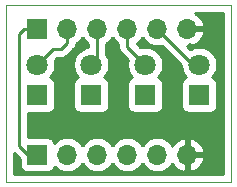
<source format=gtl>
G04 #@! TF.GenerationSoftware,KiCad,Pcbnew,5.0.2*
G04 #@! TF.CreationDate,2019-10-10T21:31:15+02:00*
G04 #@! TF.ProjectId,4LEDs,344c4544-732e-46b6-9963-61645f706362,rev?*
G04 #@! TF.SameCoordinates,PX7de2900PY686d660*
G04 #@! TF.FileFunction,Copper,L1,Top*
G04 #@! TF.FilePolarity,Positive*
%FSLAX46Y46*%
G04 Gerber Fmt 4.6, Leading zero omitted, Abs format (unit mm)*
G04 Created by KiCad (PCBNEW 5.0.2) date Thu Oct 10 21:31:15 2019*
%MOMM*%
%LPD*%
G01*
G04 APERTURE LIST*
G04 #@! TA.AperFunction,NonConductor*
%ADD10C,0.100000*%
G04 #@! TD*
G04 #@! TA.AperFunction,ComponentPad*
%ADD11O,1.700000X1.700000*%
G04 #@! TD*
G04 #@! TA.AperFunction,ComponentPad*
%ADD12R,1.700000X1.700000*%
G04 #@! TD*
G04 #@! TA.AperFunction,ComponentPad*
%ADD13C,1.800000*%
G04 #@! TD*
G04 #@! TA.AperFunction,ComponentPad*
%ADD14R,1.800000X1.800000*%
G04 #@! TD*
G04 #@! TA.AperFunction,Conductor*
%ADD15C,0.250000*%
G04 #@! TD*
G04 #@! TA.AperFunction,Conductor*
%ADD16C,0.254000*%
G04 #@! TD*
G04 APERTURE END LIST*
D10*
X0Y0D02*
X0Y15000000D01*
X19000000Y0D02*
X0Y0D01*
X19000000Y15000000D02*
X19000000Y0D01*
X0Y15000000D02*
X19000000Y15000000D01*
D11*
G04 #@! TO.P,J2,6*
G04 #@! TO.N,GND*
X15320000Y2312000D03*
G04 #@! TO.P,J2,5*
G04 #@! TO.N,Net-(J2-Pad5)*
X12780000Y2312000D03*
G04 #@! TO.P,J2,4*
G04 #@! TO.N,Net-(J2-Pad4)*
X10240000Y2312000D03*
G04 #@! TO.P,J2,3*
G04 #@! TO.N,Net-(J2-Pad3)*
X7700000Y2312000D03*
G04 #@! TO.P,J2,2*
G04 #@! TO.N,Net-(J2-Pad2)*
X5160000Y2312000D03*
D12*
G04 #@! TO.P,J2,1*
G04 #@! TO.N,VCC*
X2620000Y2312000D03*
G04 #@! TD*
D11*
G04 #@! TO.P,J1,6*
G04 #@! TO.N,GND*
X15320000Y12980000D03*
G04 #@! TO.P,J1,5*
G04 #@! TO.N,Net-(D4-Pad2)*
X12780000Y12980000D03*
G04 #@! TO.P,J1,4*
G04 #@! TO.N,Net-(D3-Pad2)*
X10240000Y12980000D03*
G04 #@! TO.P,J1,3*
G04 #@! TO.N,Net-(D2-Pad2)*
X7700000Y12980000D03*
G04 #@! TO.P,J1,2*
G04 #@! TO.N,Net-(D1-Pad2)*
X5160000Y12980000D03*
D12*
G04 #@! TO.P,J1,1*
G04 #@! TO.N,VCC*
X2620000Y12980000D03*
G04 #@! TD*
D13*
G04 #@! TO.P,D4,2*
G04 #@! TO.N,Net-(D4-Pad2)*
X16336000Y9932000D03*
D14*
G04 #@! TO.P,D4,1*
G04 #@! TO.N,Net-(D4-Pad1)*
X16336000Y7392000D03*
G04 #@! TD*
D13*
G04 #@! TO.P,D3,2*
G04 #@! TO.N,Net-(D3-Pad2)*
X11764000Y9932000D03*
D14*
G04 #@! TO.P,D3,1*
G04 #@! TO.N,Net-(D3-Pad1)*
X11764000Y7392000D03*
G04 #@! TD*
D13*
G04 #@! TO.P,D2,2*
G04 #@! TO.N,Net-(D2-Pad2)*
X7192000Y9932000D03*
D14*
G04 #@! TO.P,D2,1*
G04 #@! TO.N,Net-(D2-Pad1)*
X7192000Y7392000D03*
G04 #@! TD*
D13*
G04 #@! TO.P,D1,2*
G04 #@! TO.N,Net-(D1-Pad2)*
X2620000Y9932000D03*
D14*
G04 #@! TO.P,D1,1*
G04 #@! TO.N,Net-(D1-Pad1)*
X2620000Y7392000D03*
G04 #@! TD*
D15*
G04 #@! TO.N,Net-(D1-Pad2)*
X5160000Y11777919D02*
X4652000Y11269919D01*
X5160000Y12980000D02*
X5160000Y11777919D01*
X3957919Y11269919D02*
X2620000Y9932000D01*
X4652000Y11269919D02*
X3957919Y11269919D01*
G04 #@! TO.N,Net-(D2-Pad2)*
X7700000Y10440000D02*
X7192000Y9932000D01*
X7700000Y12980000D02*
X7700000Y10440000D01*
G04 #@! TO.N,Net-(D3-Pad2)*
X10240000Y11456000D02*
X11764000Y9932000D01*
X10240000Y12980000D02*
X10240000Y11456000D01*
G04 #@! TO.N,Net-(D4-Pad2)*
X15828000Y9932000D02*
X16336000Y9932000D01*
X12780000Y12980000D02*
X15828000Y9932000D01*
G04 #@! TO.N,VCC*
X1858000Y2312000D02*
X2620000Y2312000D01*
X1096000Y3074000D02*
X1858000Y2312000D01*
X1096000Y12556000D02*
X1096000Y3074000D01*
X2620000Y12980000D02*
X1520000Y12980000D01*
X1520000Y12980000D02*
X1096000Y12556000D01*
G04 #@! TD*
D16*
G04 #@! TO.N,GND*
G36*
X18315001Y685000D02*
X685000Y685000D01*
X685000Y2410199D01*
X1131928Y1963270D01*
X1131928Y1462000D01*
X1144188Y1337518D01*
X1180498Y1217820D01*
X1239463Y1107506D01*
X1318815Y1010815D01*
X1415506Y931463D01*
X1525820Y872498D01*
X1645518Y836188D01*
X1770000Y823928D01*
X3470000Y823928D01*
X3594482Y836188D01*
X3714180Y872498D01*
X3824494Y931463D01*
X3921185Y1010815D01*
X4000537Y1107506D01*
X4059502Y1217820D01*
X4080393Y1286687D01*
X4104866Y1256866D01*
X4330986Y1071294D01*
X4588966Y933401D01*
X4868889Y848487D01*
X5087050Y827000D01*
X5232950Y827000D01*
X5451111Y848487D01*
X5731034Y933401D01*
X5989014Y1071294D01*
X6215134Y1256866D01*
X6400706Y1482986D01*
X6430000Y1537791D01*
X6459294Y1482986D01*
X6644866Y1256866D01*
X6870986Y1071294D01*
X7128966Y933401D01*
X7408889Y848487D01*
X7627050Y827000D01*
X7772950Y827000D01*
X7991111Y848487D01*
X8271034Y933401D01*
X8529014Y1071294D01*
X8755134Y1256866D01*
X8940706Y1482986D01*
X8970000Y1537791D01*
X8999294Y1482986D01*
X9184866Y1256866D01*
X9410986Y1071294D01*
X9668966Y933401D01*
X9948889Y848487D01*
X10167050Y827000D01*
X10312950Y827000D01*
X10531111Y848487D01*
X10811034Y933401D01*
X11069014Y1071294D01*
X11295134Y1256866D01*
X11480706Y1482986D01*
X11510000Y1537791D01*
X11539294Y1482986D01*
X11724866Y1256866D01*
X11950986Y1071294D01*
X12208966Y933401D01*
X12488889Y848487D01*
X12707050Y827000D01*
X12852950Y827000D01*
X13071111Y848487D01*
X13351034Y933401D01*
X13609014Y1071294D01*
X13835134Y1256866D01*
X14020706Y1482986D01*
X14055201Y1547523D01*
X14124822Y1430645D01*
X14319731Y1214412D01*
X14553080Y1040359D01*
X14815901Y915175D01*
X14963110Y870524D01*
X15193000Y991845D01*
X15193000Y2185000D01*
X15447000Y2185000D01*
X15447000Y991845D01*
X15676890Y870524D01*
X15824099Y915175D01*
X16086920Y1040359D01*
X16320269Y1214412D01*
X16515178Y1430645D01*
X16664157Y1680748D01*
X16761481Y1955109D01*
X16640814Y2185000D01*
X15447000Y2185000D01*
X15193000Y2185000D01*
X15173000Y2185000D01*
X15173000Y2439000D01*
X15193000Y2439000D01*
X15193000Y3632155D01*
X15447000Y3632155D01*
X15447000Y2439000D01*
X16640814Y2439000D01*
X16761481Y2668891D01*
X16664157Y2943252D01*
X16515178Y3193355D01*
X16320269Y3409588D01*
X16086920Y3583641D01*
X15824099Y3708825D01*
X15676890Y3753476D01*
X15447000Y3632155D01*
X15193000Y3632155D01*
X14963110Y3753476D01*
X14815901Y3708825D01*
X14553080Y3583641D01*
X14319731Y3409588D01*
X14124822Y3193355D01*
X14055201Y3076477D01*
X14020706Y3141014D01*
X13835134Y3367134D01*
X13609014Y3552706D01*
X13351034Y3690599D01*
X13071111Y3775513D01*
X12852950Y3797000D01*
X12707050Y3797000D01*
X12488889Y3775513D01*
X12208966Y3690599D01*
X11950986Y3552706D01*
X11724866Y3367134D01*
X11539294Y3141014D01*
X11510000Y3086209D01*
X11480706Y3141014D01*
X11295134Y3367134D01*
X11069014Y3552706D01*
X10811034Y3690599D01*
X10531111Y3775513D01*
X10312950Y3797000D01*
X10167050Y3797000D01*
X9948889Y3775513D01*
X9668966Y3690599D01*
X9410986Y3552706D01*
X9184866Y3367134D01*
X8999294Y3141014D01*
X8970000Y3086209D01*
X8940706Y3141014D01*
X8755134Y3367134D01*
X8529014Y3552706D01*
X8271034Y3690599D01*
X7991111Y3775513D01*
X7772950Y3797000D01*
X7627050Y3797000D01*
X7408889Y3775513D01*
X7128966Y3690599D01*
X6870986Y3552706D01*
X6644866Y3367134D01*
X6459294Y3141014D01*
X6430000Y3086209D01*
X6400706Y3141014D01*
X6215134Y3367134D01*
X5989014Y3552706D01*
X5731034Y3690599D01*
X5451111Y3775513D01*
X5232950Y3797000D01*
X5087050Y3797000D01*
X4868889Y3775513D01*
X4588966Y3690599D01*
X4330986Y3552706D01*
X4104866Y3367134D01*
X4080393Y3337313D01*
X4059502Y3406180D01*
X4000537Y3516494D01*
X3921185Y3613185D01*
X3824494Y3692537D01*
X3714180Y3751502D01*
X3594482Y3787812D01*
X3470000Y3800072D01*
X1856000Y3800072D01*
X1856000Y5853928D01*
X3520000Y5853928D01*
X3644482Y5866188D01*
X3764180Y5902498D01*
X3874494Y5961463D01*
X3971185Y6040815D01*
X4050537Y6137506D01*
X4109502Y6247820D01*
X4145812Y6367518D01*
X4158072Y6492000D01*
X4158072Y8292000D01*
X4145812Y8416482D01*
X4109502Y8536180D01*
X4050537Y8646494D01*
X3971185Y8743185D01*
X3874494Y8822537D01*
X3764180Y8881502D01*
X3745873Y8887056D01*
X3812312Y8953495D01*
X3980299Y9204905D01*
X4096011Y9484257D01*
X4155000Y9780816D01*
X4155000Y10083184D01*
X4103731Y10340930D01*
X4272721Y10509919D01*
X4614678Y10509919D01*
X4652000Y10506243D01*
X4689322Y10509919D01*
X4689333Y10509919D01*
X4800986Y10520916D01*
X4944247Y10564373D01*
X5076276Y10634945D01*
X5192001Y10729918D01*
X5215803Y10758921D01*
X5671002Y11214119D01*
X5700001Y11237918D01*
X5794974Y11353643D01*
X5865546Y11485672D01*
X5909003Y11628933D01*
X5916031Y11700284D01*
X5989014Y11739294D01*
X6215134Y11924866D01*
X6400706Y12150986D01*
X6430000Y12205791D01*
X6459294Y12150986D01*
X6644866Y11924866D01*
X6870986Y11739294D01*
X6940001Y11702405D01*
X6940001Y11446947D01*
X6744257Y11408011D01*
X6464905Y11292299D01*
X6213495Y11124312D01*
X5999688Y10910505D01*
X5831701Y10659095D01*
X5715989Y10379743D01*
X5657000Y10083184D01*
X5657000Y9780816D01*
X5715989Y9484257D01*
X5831701Y9204905D01*
X5999688Y8953495D01*
X6066127Y8887056D01*
X6047820Y8881502D01*
X5937506Y8822537D01*
X5840815Y8743185D01*
X5761463Y8646494D01*
X5702498Y8536180D01*
X5666188Y8416482D01*
X5653928Y8292000D01*
X5653928Y6492000D01*
X5666188Y6367518D01*
X5702498Y6247820D01*
X5761463Y6137506D01*
X5840815Y6040815D01*
X5937506Y5961463D01*
X6047820Y5902498D01*
X6167518Y5866188D01*
X6292000Y5853928D01*
X8092000Y5853928D01*
X8216482Y5866188D01*
X8336180Y5902498D01*
X8446494Y5961463D01*
X8543185Y6040815D01*
X8622537Y6137506D01*
X8681502Y6247820D01*
X8717812Y6367518D01*
X8730072Y6492000D01*
X8730072Y8292000D01*
X8717812Y8416482D01*
X8681502Y8536180D01*
X8622537Y8646494D01*
X8543185Y8743185D01*
X8446494Y8822537D01*
X8336180Y8881502D01*
X8317873Y8887056D01*
X8384312Y8953495D01*
X8552299Y9204905D01*
X8668011Y9484257D01*
X8727000Y9780816D01*
X8727000Y10083184D01*
X8668011Y10379743D01*
X8552299Y10659095D01*
X8460000Y10797230D01*
X8460000Y11702405D01*
X8529014Y11739294D01*
X8755134Y11924866D01*
X8940706Y12150986D01*
X8970000Y12205791D01*
X8999294Y12150986D01*
X9184866Y11924866D01*
X9410986Y11739294D01*
X9480001Y11702405D01*
X9480001Y11493332D01*
X9476324Y11456000D01*
X9480001Y11418667D01*
X9486406Y11353642D01*
X9490998Y11307015D01*
X9534454Y11163754D01*
X9605026Y11031724D01*
X9649385Y10977673D01*
X9700000Y10915999D01*
X9728998Y10892201D01*
X10280269Y10340930D01*
X10229000Y10083184D01*
X10229000Y9780816D01*
X10287989Y9484257D01*
X10403701Y9204905D01*
X10571688Y8953495D01*
X10638127Y8887056D01*
X10619820Y8881502D01*
X10509506Y8822537D01*
X10412815Y8743185D01*
X10333463Y8646494D01*
X10274498Y8536180D01*
X10238188Y8416482D01*
X10225928Y8292000D01*
X10225928Y6492000D01*
X10238188Y6367518D01*
X10274498Y6247820D01*
X10333463Y6137506D01*
X10412815Y6040815D01*
X10509506Y5961463D01*
X10619820Y5902498D01*
X10739518Y5866188D01*
X10864000Y5853928D01*
X12664000Y5853928D01*
X12788482Y5866188D01*
X12908180Y5902498D01*
X13018494Y5961463D01*
X13115185Y6040815D01*
X13194537Y6137506D01*
X13253502Y6247820D01*
X13289812Y6367518D01*
X13302072Y6492000D01*
X13302072Y8292000D01*
X13289812Y8416482D01*
X13253502Y8536180D01*
X13194537Y8646494D01*
X13115185Y8743185D01*
X13018494Y8822537D01*
X12908180Y8881502D01*
X12889873Y8887056D01*
X12956312Y8953495D01*
X13124299Y9204905D01*
X13240011Y9484257D01*
X13299000Y9780816D01*
X13299000Y10083184D01*
X13240011Y10379743D01*
X13124299Y10659095D01*
X12956312Y10910505D01*
X12742505Y11124312D01*
X12491095Y11292299D01*
X12211743Y11408011D01*
X11915184Y11467000D01*
X11612816Y11467000D01*
X11355070Y11415731D01*
X11044572Y11726229D01*
X11069014Y11739294D01*
X11295134Y11924866D01*
X11480706Y12150986D01*
X11510000Y12205791D01*
X11539294Y12150986D01*
X11724866Y11924866D01*
X11950986Y11739294D01*
X12208966Y11601401D01*
X12488889Y11516487D01*
X12707050Y11495000D01*
X12852950Y11495000D01*
X13071111Y11516487D01*
X13145996Y11539203D01*
X14801000Y9884198D01*
X14801000Y9780816D01*
X14859989Y9484257D01*
X14975701Y9204905D01*
X15143688Y8953495D01*
X15210127Y8887056D01*
X15191820Y8881502D01*
X15081506Y8822537D01*
X14984815Y8743185D01*
X14905463Y8646494D01*
X14846498Y8536180D01*
X14810188Y8416482D01*
X14797928Y8292000D01*
X14797928Y6492000D01*
X14810188Y6367518D01*
X14846498Y6247820D01*
X14905463Y6137506D01*
X14984815Y6040815D01*
X15081506Y5961463D01*
X15191820Y5902498D01*
X15311518Y5866188D01*
X15436000Y5853928D01*
X17236000Y5853928D01*
X17360482Y5866188D01*
X17480180Y5902498D01*
X17590494Y5961463D01*
X17687185Y6040815D01*
X17766537Y6137506D01*
X17825502Y6247820D01*
X17861812Y6367518D01*
X17874072Y6492000D01*
X17874072Y8292000D01*
X17861812Y8416482D01*
X17825502Y8536180D01*
X17766537Y8646494D01*
X17687185Y8743185D01*
X17590494Y8822537D01*
X17480180Y8881502D01*
X17461873Y8887056D01*
X17528312Y8953495D01*
X17696299Y9204905D01*
X17812011Y9484257D01*
X17871000Y9780816D01*
X17871000Y10083184D01*
X17812011Y10379743D01*
X17696299Y10659095D01*
X17528312Y10910505D01*
X17314505Y11124312D01*
X17063095Y11292299D01*
X16783743Y11408011D01*
X16487184Y11467000D01*
X16184816Y11467000D01*
X15888257Y11408011D01*
X15608905Y11292299D01*
X15569100Y11265702D01*
X15339801Y11495000D01*
X15447002Y11495000D01*
X15447002Y11659844D01*
X15676890Y11538524D01*
X15824099Y11583175D01*
X16086920Y11708359D01*
X16320269Y11882412D01*
X16515178Y12098645D01*
X16664157Y12348748D01*
X16761481Y12623109D01*
X16640814Y12853000D01*
X15447000Y12853000D01*
X15447000Y12833000D01*
X15193000Y12833000D01*
X15193000Y12853000D01*
X15173000Y12853000D01*
X15173000Y13107000D01*
X15193000Y13107000D01*
X15193000Y13127000D01*
X15447000Y13127000D01*
X15447000Y13107000D01*
X16640814Y13107000D01*
X16761481Y13336891D01*
X16664157Y13611252D01*
X16515178Y13861355D01*
X16320269Y14077588D01*
X16086920Y14251641D01*
X15953899Y14315000D01*
X18315000Y14315000D01*
X18315001Y685000D01*
X18315001Y685000D01*
G37*
X18315001Y685000D02*
X685000Y685000D01*
X685000Y2410199D01*
X1131928Y1963270D01*
X1131928Y1462000D01*
X1144188Y1337518D01*
X1180498Y1217820D01*
X1239463Y1107506D01*
X1318815Y1010815D01*
X1415506Y931463D01*
X1525820Y872498D01*
X1645518Y836188D01*
X1770000Y823928D01*
X3470000Y823928D01*
X3594482Y836188D01*
X3714180Y872498D01*
X3824494Y931463D01*
X3921185Y1010815D01*
X4000537Y1107506D01*
X4059502Y1217820D01*
X4080393Y1286687D01*
X4104866Y1256866D01*
X4330986Y1071294D01*
X4588966Y933401D01*
X4868889Y848487D01*
X5087050Y827000D01*
X5232950Y827000D01*
X5451111Y848487D01*
X5731034Y933401D01*
X5989014Y1071294D01*
X6215134Y1256866D01*
X6400706Y1482986D01*
X6430000Y1537791D01*
X6459294Y1482986D01*
X6644866Y1256866D01*
X6870986Y1071294D01*
X7128966Y933401D01*
X7408889Y848487D01*
X7627050Y827000D01*
X7772950Y827000D01*
X7991111Y848487D01*
X8271034Y933401D01*
X8529014Y1071294D01*
X8755134Y1256866D01*
X8940706Y1482986D01*
X8970000Y1537791D01*
X8999294Y1482986D01*
X9184866Y1256866D01*
X9410986Y1071294D01*
X9668966Y933401D01*
X9948889Y848487D01*
X10167050Y827000D01*
X10312950Y827000D01*
X10531111Y848487D01*
X10811034Y933401D01*
X11069014Y1071294D01*
X11295134Y1256866D01*
X11480706Y1482986D01*
X11510000Y1537791D01*
X11539294Y1482986D01*
X11724866Y1256866D01*
X11950986Y1071294D01*
X12208966Y933401D01*
X12488889Y848487D01*
X12707050Y827000D01*
X12852950Y827000D01*
X13071111Y848487D01*
X13351034Y933401D01*
X13609014Y1071294D01*
X13835134Y1256866D01*
X14020706Y1482986D01*
X14055201Y1547523D01*
X14124822Y1430645D01*
X14319731Y1214412D01*
X14553080Y1040359D01*
X14815901Y915175D01*
X14963110Y870524D01*
X15193000Y991845D01*
X15193000Y2185000D01*
X15447000Y2185000D01*
X15447000Y991845D01*
X15676890Y870524D01*
X15824099Y915175D01*
X16086920Y1040359D01*
X16320269Y1214412D01*
X16515178Y1430645D01*
X16664157Y1680748D01*
X16761481Y1955109D01*
X16640814Y2185000D01*
X15447000Y2185000D01*
X15193000Y2185000D01*
X15173000Y2185000D01*
X15173000Y2439000D01*
X15193000Y2439000D01*
X15193000Y3632155D01*
X15447000Y3632155D01*
X15447000Y2439000D01*
X16640814Y2439000D01*
X16761481Y2668891D01*
X16664157Y2943252D01*
X16515178Y3193355D01*
X16320269Y3409588D01*
X16086920Y3583641D01*
X15824099Y3708825D01*
X15676890Y3753476D01*
X15447000Y3632155D01*
X15193000Y3632155D01*
X14963110Y3753476D01*
X14815901Y3708825D01*
X14553080Y3583641D01*
X14319731Y3409588D01*
X14124822Y3193355D01*
X14055201Y3076477D01*
X14020706Y3141014D01*
X13835134Y3367134D01*
X13609014Y3552706D01*
X13351034Y3690599D01*
X13071111Y3775513D01*
X12852950Y3797000D01*
X12707050Y3797000D01*
X12488889Y3775513D01*
X12208966Y3690599D01*
X11950986Y3552706D01*
X11724866Y3367134D01*
X11539294Y3141014D01*
X11510000Y3086209D01*
X11480706Y3141014D01*
X11295134Y3367134D01*
X11069014Y3552706D01*
X10811034Y3690599D01*
X10531111Y3775513D01*
X10312950Y3797000D01*
X10167050Y3797000D01*
X9948889Y3775513D01*
X9668966Y3690599D01*
X9410986Y3552706D01*
X9184866Y3367134D01*
X8999294Y3141014D01*
X8970000Y3086209D01*
X8940706Y3141014D01*
X8755134Y3367134D01*
X8529014Y3552706D01*
X8271034Y3690599D01*
X7991111Y3775513D01*
X7772950Y3797000D01*
X7627050Y3797000D01*
X7408889Y3775513D01*
X7128966Y3690599D01*
X6870986Y3552706D01*
X6644866Y3367134D01*
X6459294Y3141014D01*
X6430000Y3086209D01*
X6400706Y3141014D01*
X6215134Y3367134D01*
X5989014Y3552706D01*
X5731034Y3690599D01*
X5451111Y3775513D01*
X5232950Y3797000D01*
X5087050Y3797000D01*
X4868889Y3775513D01*
X4588966Y3690599D01*
X4330986Y3552706D01*
X4104866Y3367134D01*
X4080393Y3337313D01*
X4059502Y3406180D01*
X4000537Y3516494D01*
X3921185Y3613185D01*
X3824494Y3692537D01*
X3714180Y3751502D01*
X3594482Y3787812D01*
X3470000Y3800072D01*
X1856000Y3800072D01*
X1856000Y5853928D01*
X3520000Y5853928D01*
X3644482Y5866188D01*
X3764180Y5902498D01*
X3874494Y5961463D01*
X3971185Y6040815D01*
X4050537Y6137506D01*
X4109502Y6247820D01*
X4145812Y6367518D01*
X4158072Y6492000D01*
X4158072Y8292000D01*
X4145812Y8416482D01*
X4109502Y8536180D01*
X4050537Y8646494D01*
X3971185Y8743185D01*
X3874494Y8822537D01*
X3764180Y8881502D01*
X3745873Y8887056D01*
X3812312Y8953495D01*
X3980299Y9204905D01*
X4096011Y9484257D01*
X4155000Y9780816D01*
X4155000Y10083184D01*
X4103731Y10340930D01*
X4272721Y10509919D01*
X4614678Y10509919D01*
X4652000Y10506243D01*
X4689322Y10509919D01*
X4689333Y10509919D01*
X4800986Y10520916D01*
X4944247Y10564373D01*
X5076276Y10634945D01*
X5192001Y10729918D01*
X5215803Y10758921D01*
X5671002Y11214119D01*
X5700001Y11237918D01*
X5794974Y11353643D01*
X5865546Y11485672D01*
X5909003Y11628933D01*
X5916031Y11700284D01*
X5989014Y11739294D01*
X6215134Y11924866D01*
X6400706Y12150986D01*
X6430000Y12205791D01*
X6459294Y12150986D01*
X6644866Y11924866D01*
X6870986Y11739294D01*
X6940001Y11702405D01*
X6940001Y11446947D01*
X6744257Y11408011D01*
X6464905Y11292299D01*
X6213495Y11124312D01*
X5999688Y10910505D01*
X5831701Y10659095D01*
X5715989Y10379743D01*
X5657000Y10083184D01*
X5657000Y9780816D01*
X5715989Y9484257D01*
X5831701Y9204905D01*
X5999688Y8953495D01*
X6066127Y8887056D01*
X6047820Y8881502D01*
X5937506Y8822537D01*
X5840815Y8743185D01*
X5761463Y8646494D01*
X5702498Y8536180D01*
X5666188Y8416482D01*
X5653928Y8292000D01*
X5653928Y6492000D01*
X5666188Y6367518D01*
X5702498Y6247820D01*
X5761463Y6137506D01*
X5840815Y6040815D01*
X5937506Y5961463D01*
X6047820Y5902498D01*
X6167518Y5866188D01*
X6292000Y5853928D01*
X8092000Y5853928D01*
X8216482Y5866188D01*
X8336180Y5902498D01*
X8446494Y5961463D01*
X8543185Y6040815D01*
X8622537Y6137506D01*
X8681502Y6247820D01*
X8717812Y6367518D01*
X8730072Y6492000D01*
X8730072Y8292000D01*
X8717812Y8416482D01*
X8681502Y8536180D01*
X8622537Y8646494D01*
X8543185Y8743185D01*
X8446494Y8822537D01*
X8336180Y8881502D01*
X8317873Y8887056D01*
X8384312Y8953495D01*
X8552299Y9204905D01*
X8668011Y9484257D01*
X8727000Y9780816D01*
X8727000Y10083184D01*
X8668011Y10379743D01*
X8552299Y10659095D01*
X8460000Y10797230D01*
X8460000Y11702405D01*
X8529014Y11739294D01*
X8755134Y11924866D01*
X8940706Y12150986D01*
X8970000Y12205791D01*
X8999294Y12150986D01*
X9184866Y11924866D01*
X9410986Y11739294D01*
X9480001Y11702405D01*
X9480001Y11493332D01*
X9476324Y11456000D01*
X9480001Y11418667D01*
X9486406Y11353642D01*
X9490998Y11307015D01*
X9534454Y11163754D01*
X9605026Y11031724D01*
X9649385Y10977673D01*
X9700000Y10915999D01*
X9728998Y10892201D01*
X10280269Y10340930D01*
X10229000Y10083184D01*
X10229000Y9780816D01*
X10287989Y9484257D01*
X10403701Y9204905D01*
X10571688Y8953495D01*
X10638127Y8887056D01*
X10619820Y8881502D01*
X10509506Y8822537D01*
X10412815Y8743185D01*
X10333463Y8646494D01*
X10274498Y8536180D01*
X10238188Y8416482D01*
X10225928Y8292000D01*
X10225928Y6492000D01*
X10238188Y6367518D01*
X10274498Y6247820D01*
X10333463Y6137506D01*
X10412815Y6040815D01*
X10509506Y5961463D01*
X10619820Y5902498D01*
X10739518Y5866188D01*
X10864000Y5853928D01*
X12664000Y5853928D01*
X12788482Y5866188D01*
X12908180Y5902498D01*
X13018494Y5961463D01*
X13115185Y6040815D01*
X13194537Y6137506D01*
X13253502Y6247820D01*
X13289812Y6367518D01*
X13302072Y6492000D01*
X13302072Y8292000D01*
X13289812Y8416482D01*
X13253502Y8536180D01*
X13194537Y8646494D01*
X13115185Y8743185D01*
X13018494Y8822537D01*
X12908180Y8881502D01*
X12889873Y8887056D01*
X12956312Y8953495D01*
X13124299Y9204905D01*
X13240011Y9484257D01*
X13299000Y9780816D01*
X13299000Y10083184D01*
X13240011Y10379743D01*
X13124299Y10659095D01*
X12956312Y10910505D01*
X12742505Y11124312D01*
X12491095Y11292299D01*
X12211743Y11408011D01*
X11915184Y11467000D01*
X11612816Y11467000D01*
X11355070Y11415731D01*
X11044572Y11726229D01*
X11069014Y11739294D01*
X11295134Y11924866D01*
X11480706Y12150986D01*
X11510000Y12205791D01*
X11539294Y12150986D01*
X11724866Y11924866D01*
X11950986Y11739294D01*
X12208966Y11601401D01*
X12488889Y11516487D01*
X12707050Y11495000D01*
X12852950Y11495000D01*
X13071111Y11516487D01*
X13145996Y11539203D01*
X14801000Y9884198D01*
X14801000Y9780816D01*
X14859989Y9484257D01*
X14975701Y9204905D01*
X15143688Y8953495D01*
X15210127Y8887056D01*
X15191820Y8881502D01*
X15081506Y8822537D01*
X14984815Y8743185D01*
X14905463Y8646494D01*
X14846498Y8536180D01*
X14810188Y8416482D01*
X14797928Y8292000D01*
X14797928Y6492000D01*
X14810188Y6367518D01*
X14846498Y6247820D01*
X14905463Y6137506D01*
X14984815Y6040815D01*
X15081506Y5961463D01*
X15191820Y5902498D01*
X15311518Y5866188D01*
X15436000Y5853928D01*
X17236000Y5853928D01*
X17360482Y5866188D01*
X17480180Y5902498D01*
X17590494Y5961463D01*
X17687185Y6040815D01*
X17766537Y6137506D01*
X17825502Y6247820D01*
X17861812Y6367518D01*
X17874072Y6492000D01*
X17874072Y8292000D01*
X17861812Y8416482D01*
X17825502Y8536180D01*
X17766537Y8646494D01*
X17687185Y8743185D01*
X17590494Y8822537D01*
X17480180Y8881502D01*
X17461873Y8887056D01*
X17528312Y8953495D01*
X17696299Y9204905D01*
X17812011Y9484257D01*
X17871000Y9780816D01*
X17871000Y10083184D01*
X17812011Y10379743D01*
X17696299Y10659095D01*
X17528312Y10910505D01*
X17314505Y11124312D01*
X17063095Y11292299D01*
X16783743Y11408011D01*
X16487184Y11467000D01*
X16184816Y11467000D01*
X15888257Y11408011D01*
X15608905Y11292299D01*
X15569100Y11265702D01*
X15339801Y11495000D01*
X15447002Y11495000D01*
X15447002Y11659844D01*
X15676890Y11538524D01*
X15824099Y11583175D01*
X16086920Y11708359D01*
X16320269Y11882412D01*
X16515178Y12098645D01*
X16664157Y12348748D01*
X16761481Y12623109D01*
X16640814Y12853000D01*
X15447000Y12853000D01*
X15447000Y12833000D01*
X15193000Y12833000D01*
X15193000Y12853000D01*
X15173000Y12853000D01*
X15173000Y13107000D01*
X15193000Y13107000D01*
X15193000Y13127000D01*
X15447000Y13127000D01*
X15447000Y13107000D01*
X16640814Y13107000D01*
X16761481Y13336891D01*
X16664157Y13611252D01*
X16515178Y13861355D01*
X16320269Y14077588D01*
X16086920Y14251641D01*
X15953899Y14315000D01*
X18315000Y14315000D01*
X18315001Y685000D01*
G04 #@! TD*
M02*

</source>
